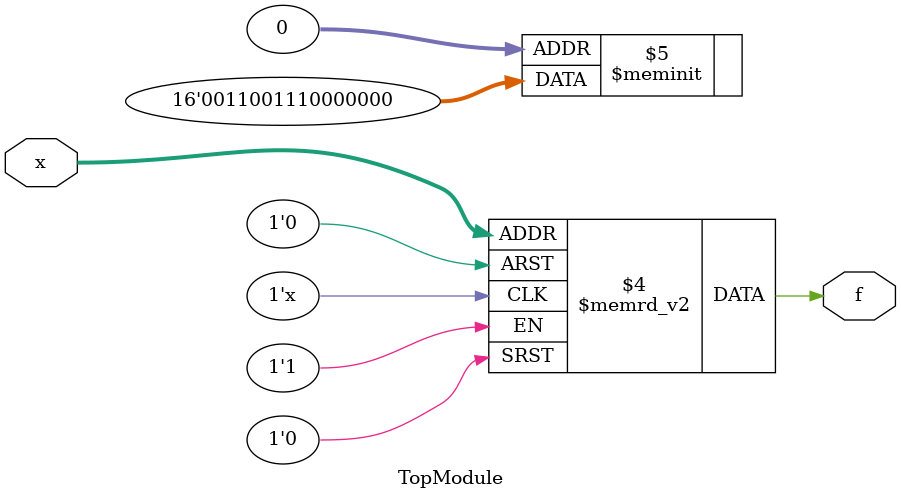
<source format=sv>

module TopModule (
  input [4:1] x,
  output logic f
);

always_comb begin
  case (x)
    4'b0001: f = 1'b0;
    4'b0100: f = 1'b0;
    4'b0110: f = 1'b0;
    4'b0111: f = 1'b1;
    4'b1000: f = 1'b1;
    4'b1001: f = 1'b1;
    4'b1011: f = 1'b0;
    4'b1100: f = 1'b1;
    4'b1101: f = 1'b1;
    default: f = 1'b0; // don't care conditions, choose 0 for simplicity
  endcase
end

endmodule

</source>
